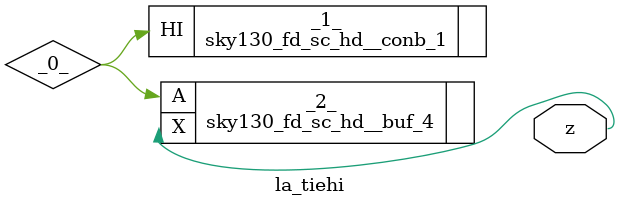
<source format=v>
/* Generated by Yosys 0.37 (git sha1 a5c7f69ed, clang 14.0.0-1ubuntu1.1 -fPIC -Os) */

module la_tiehi(z);
  wire _0_;
  output z;
  wire z;
  sky130_fd_sc_hd__conb_1 _1_ (
    .HI(_0_)
  );
  sky130_fd_sc_hd__buf_4 _2_ (
    .A(_0_),
    .X(z)
  );
endmodule

</source>
